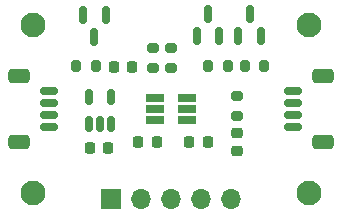
<source format=gbr>
%TF.GenerationSoftware,KiCad,Pcbnew,7.0.1*%
%TF.CreationDate,2025-06-24T15:41:59+07:00*%
%TF.ProjectId,positron_tlv493d,706f7369-7472-46f6-9e5f-746c76343933,rev?*%
%TF.SameCoordinates,Original*%
%TF.FileFunction,Soldermask,Top*%
%TF.FilePolarity,Negative*%
%FSLAX46Y46*%
G04 Gerber Fmt 4.6, Leading zero omitted, Abs format (unit mm)*
G04 Created by KiCad (PCBNEW 7.0.1) date 2025-06-24 15:41:59*
%MOMM*%
%LPD*%
G01*
G04 APERTURE LIST*
G04 Aperture macros list*
%AMRoundRect*
0 Rectangle with rounded corners*
0 $1 Rounding radius*
0 $2 $3 $4 $5 $6 $7 $8 $9 X,Y pos of 4 corners*
0 Add a 4 corners polygon primitive as box body*
4,1,4,$2,$3,$4,$5,$6,$7,$8,$9,$2,$3,0*
0 Add four circle primitives for the rounded corners*
1,1,$1+$1,$2,$3*
1,1,$1+$1,$4,$5*
1,1,$1+$1,$6,$7*
1,1,$1+$1,$8,$9*
0 Add four rect primitives between the rounded corners*
20,1,$1+$1,$2,$3,$4,$5,0*
20,1,$1+$1,$4,$5,$6,$7,0*
20,1,$1+$1,$6,$7,$8,$9,0*
20,1,$1+$1,$8,$9,$2,$3,0*%
G04 Aperture macros list end*
%ADD10RoundRect,0.218750X0.256250X-0.218750X0.256250X0.218750X-0.256250X0.218750X-0.256250X-0.218750X0*%
%ADD11RoundRect,0.225000X0.225000X0.250000X-0.225000X0.250000X-0.225000X-0.250000X0.225000X-0.250000X0*%
%ADD12C,2.100000*%
%ADD13RoundRect,0.150000X-0.150000X0.587500X-0.150000X-0.587500X0.150000X-0.587500X0.150000X0.587500X0*%
%ADD14RoundRect,0.225000X-0.225000X-0.250000X0.225000X-0.250000X0.225000X0.250000X-0.225000X0.250000X0*%
%ADD15RoundRect,0.200000X-0.275000X0.200000X-0.275000X-0.200000X0.275000X-0.200000X0.275000X0.200000X0*%
%ADD16RoundRect,0.200000X-0.200000X-0.275000X0.200000X-0.275000X0.200000X0.275000X-0.200000X0.275000X0*%
%ADD17R,1.560000X0.650000*%
%ADD18RoundRect,0.150000X0.150000X-0.587500X0.150000X0.587500X-0.150000X0.587500X-0.150000X-0.587500X0*%
%ADD19RoundRect,0.150000X-0.625000X0.150000X-0.625000X-0.150000X0.625000X-0.150000X0.625000X0.150000X0*%
%ADD20RoundRect,0.250000X-0.650000X0.350000X-0.650000X-0.350000X0.650000X-0.350000X0.650000X0.350000X0*%
%ADD21R,1.700000X1.700000*%
%ADD22O,1.700000X1.700000*%
%ADD23RoundRect,0.150000X0.625000X-0.150000X0.625000X0.150000X-0.625000X0.150000X-0.625000X-0.150000X0*%
%ADD24RoundRect,0.250000X0.650000X-0.350000X0.650000X0.350000X-0.650000X0.350000X-0.650000X-0.350000X0*%
%ADD25RoundRect,0.200000X0.200000X0.275000X-0.200000X0.275000X-0.200000X-0.275000X0.200000X-0.275000X0*%
%ADD26RoundRect,0.150000X0.150000X-0.512500X0.150000X0.512500X-0.150000X0.512500X-0.150000X-0.512500X0*%
G04 APERTURE END LIST*
D10*
%TO.C,D1*%
X132334000Y-67334000D03*
X132334000Y-65759000D03*
%TD*%
D11*
%TO.C,C3*%
X125489000Y-66521000D03*
X123939000Y-66521000D03*
%TD*%
D12*
%TO.C,H2*%
X115062000Y-70839000D03*
%TD*%
D13*
%TO.C,Q3*%
X121176500Y-55807500D03*
X119276500Y-55807500D03*
X120226500Y-57682500D03*
%TD*%
D14*
%TO.C,C2*%
X121893000Y-60145000D03*
X123443000Y-60145000D03*
%TD*%
D15*
%TO.C,R1*%
X132334000Y-62648000D03*
X132334000Y-64298000D03*
%TD*%
D16*
%TO.C,R2*%
X129873000Y-60125000D03*
X131523000Y-60125000D03*
%TD*%
D15*
%TO.C,R4*%
X125222000Y-58584000D03*
X125222000Y-60234000D03*
%TD*%
D17*
%TO.C,U1*%
X125388000Y-62785000D03*
X125388000Y-63735000D03*
X125388000Y-64685000D03*
X128088000Y-64685000D03*
X128088000Y-63735000D03*
X128088000Y-62785000D03*
%TD*%
D12*
%TO.C,H1*%
X115062000Y-56615000D03*
%TD*%
D18*
%TO.C,Q2*%
X132408000Y-57575000D03*
X134308000Y-57575000D03*
X133358000Y-55700000D03*
%TD*%
D19*
%TO.C,J2*%
X137058500Y-62227000D03*
X137058500Y-63227000D03*
X137058500Y-64227000D03*
X137058500Y-65227000D03*
D20*
X139583500Y-60927000D03*
X139583500Y-66527000D03*
%TD*%
D14*
%TO.C,C1*%
X119828500Y-67029000D03*
X121378500Y-67029000D03*
%TD*%
D12*
%TO.C,H4*%
X138430000Y-56615000D03*
%TD*%
D11*
%TO.C,C4*%
X129807000Y-66521000D03*
X128257000Y-66521000D03*
%TD*%
D21*
%TO.C,J3*%
X121624500Y-71347000D03*
D22*
X124164500Y-71347000D03*
X126704500Y-71347000D03*
X129244500Y-71347000D03*
X131784500Y-71347000D03*
%TD*%
D15*
%TO.C,R5*%
X126746000Y-58584000D03*
X126746000Y-60234000D03*
%TD*%
D18*
%TO.C,Q1*%
X128868000Y-57575000D03*
X130768000Y-57575000D03*
X129818000Y-55700000D03*
%TD*%
D16*
%TO.C,R3*%
X132963000Y-60125000D03*
X134613000Y-60125000D03*
%TD*%
D23*
%TO.C,J1*%
X116340500Y-65227000D03*
X116340500Y-64227000D03*
X116340500Y-63227000D03*
X116340500Y-62227000D03*
D24*
X113815500Y-66527000D03*
X113815500Y-60927000D03*
%TD*%
D25*
%TO.C,R6*%
X120333000Y-60095000D03*
X118683000Y-60095000D03*
%TD*%
D12*
%TO.C,H3*%
X138430000Y-70839000D03*
%TD*%
D26*
%TO.C,U2*%
X119758000Y-64992500D03*
X120708000Y-64992500D03*
X121658000Y-64992500D03*
X121658000Y-62717500D03*
X119758000Y-62717500D03*
%TD*%
M02*

</source>
